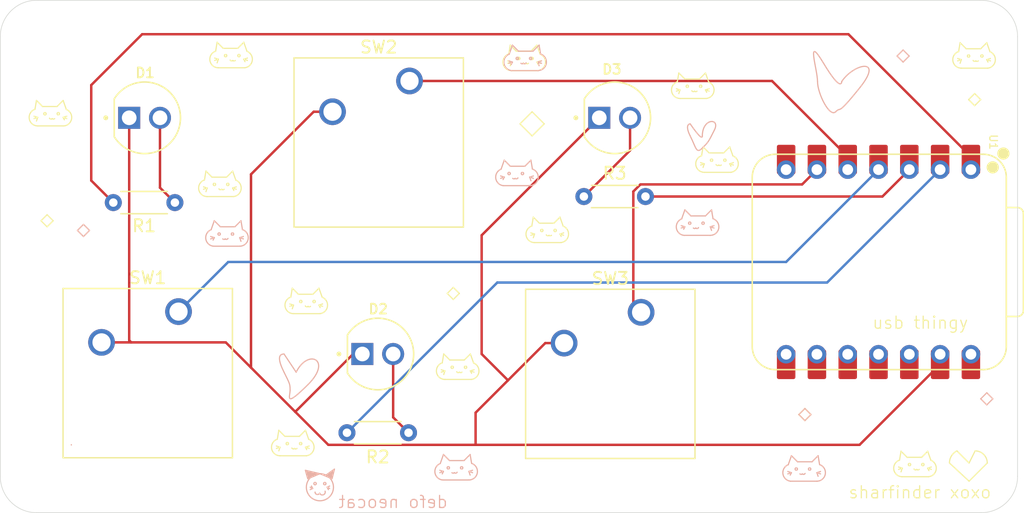
<source format=kicad_pcb>
(kicad_pcb (version 20241229) (generator "pcbnew") (generator_version "9.0")
  (layers (0 "F.Cu" signal) (2 "B.Cu" signal) (13 "F.Paste" user) (15 "B.Paste" user) (5 "F.SilkS" user "F.Silkscreen") (7 "B.SilkS" user "B.Silkscreen") (1 "F.Mask" user) (3 "B.Mask" user) (25 "Edge.Cuts" user))
  (net 0 "")
  (net 1 "Net-(D1-PadA)")
  (net 2 "GND")
  (net 3 "Net-(D2-PadA)")
  (net 4 "Net-(D3-PadA)")
  (net 5 "LED1")
  (net 6 "LED2")
  (net 7 "LED3")
  (net 8 "SW1")
  (net 9 "SW2")
  (net 10 "SW3")
  (footprint "footprints:LEDRD254W57D500H1070" (layer "F.Cu") (at 161.81 86.5)
    (property "Reference" "D3")
    (property "Value" "L08R5000Q1")
  )
  (footprint "Resistor_THT:R_Axial_DIN0204_L3.6mm_D1.6mm_P5.08mm_Horizontal" (layer "F.Cu") (at 159.27 93)
    (property "Reference" "R3")
    (property "Value" "R")
  )
  (footprint "Button_Switch_Keyboard:SW_Cherry_MX_1.00u_PCB" (layer "F.Cu") (at 144.89 83.46)
    (property "Reference" "SW2")
    (property "Value" "SW_Push")
  )
  (footprint "Resistor_THT:R_Axial_DIN0204_L3.6mm_D1.6mm_P5.08mm_Horizontal" (layer "F.Cu") (at 125.54 93.5 180)
    (property "Reference" "R1")
    (property "Value" "R")
  )
  (footprint "Button_Switch_Keyboard:SW_Cherry_MX_1.00u_PCB" (layer "F.Cu") (at 163.99 102.56)
    (property "Reference" "SW3")
    (property "Value" "SW_Push")
  )
  (footprint "footprints:LEDRD254W57D500H1070" (layer "F.Cu") (at 123.04 86.5)
    (property "Reference" "D1")
    (property "Value" "L08R5000Q1")
  )
  (footprint "Resistor_THT:R_Axial_DIN0204_L3.6mm_D1.6mm_P5.08mm_Horizontal" (layer "F.Cu") (at 144.81 112.5 180)
    (property "Reference" "R2")
    (property "Value" "R")
  )
  (footprint "footprints:XIAO-RP2040-DIP" (layer "F.Cu") (at 183.5715 98.4 -90)
    (property "Reference" "U1")
    (property "Value" "XIAO-RP2040-DIP")
  )
  (footprint "footprints:LEDRD254W57D500H1070" (layer "F.Cu") (at 142.27 106)
    (property "Reference" "D2")
    (property "Value" "L08R5000Q1")
  )
  (footprint "Button_Switch_Keyboard:SW_Cherry_MX_1.00u_PCB" (layer "F.Cu") (at 125.84 102.5)
    (property "Reference" "SW1")
    (property "Value" "SW_Push")
  )
  (gr_arc (start 155.2 96.802782) (mid 154.506345 96.212596) (end 154.977761 95.433282) (stroke (width 0.1)) (layer "F.SilkS"))
  (gr_arc (start 185.526981 116.131047) (mid 184.833326 115.540861) (end 185.304742 114.761547) (stroke (width 0.1)) (layer "F.SilkS"))
  (gr_line (start 192.5 81.7) (end 192.6 81.9) (stroke (width 0.1)) (layer "F.SilkS"))
  (gr_line (start 190.4 81.7) (end 190.1 81.8) (stroke (width 0.1)) (layer "F.SilkS"))
  (gr_line (start 168.977761 89.633282) (end 169.1 88.9) (stroke (width 0.1)) (layer "F.SilkS"))
  (gr_line (start 128.2 92.3) (end 128.1 92.6) (stroke (width 0.1)) (layer "F.SilkS"))
  (gr_line (start 114.5 95) (end 115 94.5) (stroke (width 0.1)) (layer "F.SilkS"))
  (gr_arc (start 170.4 90.399999) (mid 170.277358 90.43959) (end 170.173509 90.363245) (stroke (width 0.1)) (layer "F.SilkS"))
  (gr_line (start 137.422239 101.966718) (end 137.522239 102.166718) (stroke (width 0.1)) (layer "F.SilkS"))
  (gr_line (start 157.3 96.1) (end 157.6 96.2) (stroke (width 0.1)) (layer "F.SilkS"))
  (gr_line (start 155.6 95.2) (end 156.8 95.2) (stroke (width 0.1)) (layer "F.SilkS"))
  (gr_line (start 155.2 96.1) (end 154.9 96) (stroke (width 0.1)) (layer "F.SilkS"))
  (gr_line (start 115.822239 85.566718) (end 116.322239 85.066718) (stroke (width 0.1)) (layer "F.SilkS"))
  (gr_line (start 131.300318 82.3695) (end 129.122239 82.3695) (stroke (width 0.1)) (layer "F.SilkS"))
  (gr_line (start 130.3 92.3) (end 130.6 92.4) (stroke (width 0.1)) (layer "F.SilkS"))
  (gr_line (start 116.322239 85.066718) (end 116.584849 85.810187) (stroke (width 0.1)) (layer "F.SilkS"))
  (gr_arc (start 137.922239 101.466718) (mid 138.089485 102.200775) (end 137.500326 102.6695) (stroke (width 0.1)) (layer "F.SilkS"))
  (gr_arc (start 129.6 92.4) (mid 129.5 92.441421) (end 129.4 92.4) (stroke (width 0.1)) (layer "F.SilkS"))
  (gr_line (start 115 94.5) (end 115.5 95) (stroke (width 0.1)) (layer "F.SilkS"))
  (gr_circle (center 192.1 81.4) (end 192.1 81.3) (stroke (width 0.1)) (fill no) (layer "F.SilkS"))
  (gr_arc (start 155.9 81.4) (mid 156.06728 82.134085) (end 155.478087 82.602782) (stroke (width 0.1)) (layer "F.SilkS"))
  (gr_circle (center 156.9 95.8) (end 156.9 95.7) (stroke (width 0.1)) (fill no) (layer "F.SilkS"))
  (gr_line (start 127.977761 91.633282) (end 128.1 90.9) (stroke (width 0.1)) (layer "F.SilkS"))
  (gr_circle (center 186.126981 115.128265) (end 186.126981 115.028265) (stroke (width 0.1)) (fill no) (layer "F.SilkS"))
  (gr_arc (start 168.4 84.299999) (mid 168.277358 84.33959) (end 168.173509 84.263245) (stroke (width 0.1)) (layer "F.SilkS"))
  (gr_line (start 191.5 84.5) (end 192 85) (stroke (width 0.1)) (layer "F.SilkS"))
  (gr_arc (start 171.8 89.8) (mid 171.96728 90.534085) (end 171.378087 91.002782) (stroke (width 0.1)) (layer "F.SilkS"))
  (gr_line (start 192.5 81.7) (end 192.8 81.8) (stroke (width 0.1)) (layer "F.SilkS"))
  (gr_line (start 190.177761 81.033282) (end 190.3 80.3) (stroke (width 0.1)) (layer "F.SilkS"))
  (gr_line (start 169.3 84.2) (end 169.4 84.4) (stroke (width 0.1)) (layer "F.SilkS"))
  (gr_line (start 134.21096 113.697218) (end 133.91096 113.597218) (stroke (width 0.1)) (layer "F.SilkS"))
  (gr_line (start 187.626981 114.028265) (end 187.889591 114.771734) (stroke (width 0.1)) (layer "F.SilkS"))
  (gr_line (start 171.378079 91.002782) (end 169.2 91.002782) (stroke (width 0.1)) (layer "F.SilkS"))
  (gr_line (start 131.222239 80.266718) (end 131.484849 81.010187) (stroke (width 0.1)) (layer "F.SilkS"))
  (gr_line (start 154 87) (end 155 88) (stroke (width 0.1)) (layer "F.SilkS"))
  (gr_line (start 192 80.8) (end 192.5 80.3) (stroke (width 0.1)) (layer "F.SilkS"))
  (gr_line (start 129.122239 81.666718) (end 129.022239 81.966718) (stroke (width 0.1)) (layer "F.SilkS"))
  (gr_arc (start 190.4 82.402782) (mid 189.706345 81.812596) (end 190.177761 81.033282) (stroke (width 0.1)) (layer "F.SilkS"))
  (gr_line (start 114.222239 86.466718) (end 114.122239 86.766718) (stroke (width 0.1)) (layer "F.SilkS"))
  (gr_circle (center 129.722239 81.366718) (end 129.722239 81.266718) (stroke (width 0.1)) (fill no) (layer "F.SilkS"))
  (gr_line (start 171.3 90.3) (end 171.6 90.2) (stroke (width 0.1)) (layer "F.SilkS"))
  (gr_circle (center 148.41096 107.097218) (end 148.41096 106.997218) (stroke (width 0.1)) (fill no) (layer "F.SilkS"))
  (gr_arc (start 136.81096 113.197218) (mid 136.97824 113.931303) (end 136.389047 114.4) (stroke (width 0.1)) (layer "F.SilkS"))
  (gr_line (start 128.2 92.3) (end 127.9 92.4) (stroke (width 0.1)) (layer "F.SilkS"))
  (gr_line (start 148.5 100.5) (end 149 101) (stroke (width 0.1)) (layer "F.SilkS"))
  (gr_line (start 154.9 81) (end 155.4 80.5) (stroke (width 0.1)) (layer "F.SilkS"))
  (gr_line (start 129.022239 80.266718) (end 129.522239 80.766718) (stroke (width 0.1)) (layer "F.SilkS"))
  (gr_arc (start 154.5 81.999999) (mid 154.377358 82.03959) (end 154.273509 81.963245) (stroke (width 0.1)) (layer "F.SilkS"))
  (gr_line (start 149.91096 107.397218) (end 150.01096 107.597218) (stroke (width 0.1)) (layer "F.SilkS"))
  (gr_line (start 131.222239 81.666718) (end 131.322239 81.866718) (stroke (width 0.1)) (layer "F.SilkS"))
  (gr_arc (start 169.2 91.002782) (mid 168.506345 90.412596) (end 168.977761 89.633282) (stroke (width 0.1)) (layer "F.SilkS"))
  (gr_line (start 155.2 96.1) (end 154.9 96.2) (stroke (width 0.1)) (layer "F.SilkS"))
  (gr_line (start 171.3 90.3) (end 171.4 90.5) (stroke (width 0.1)) (layer "F.SilkS"))
  (gr_line (start 130.3 92.3) (end 130.4 92.5) (stroke (width 0.1)) (layer "F.SilkS"))
  (gr_line (start 157.3 94.7) (end 157.56261 95.443469) (stroke (width 0.1)) (layer "F.SilkS"))
  (gr_circle (center 155.8 95.8) (end 155.8 95.7) (stroke (width 0.1)) (fill no) (layer "F.SilkS"))
  (gr_line (start 190.8 80.8) (end 192 80.8) (stroke (width 0.1)) (layer "F.SilkS"))
  (gr_circle (center 153.9 81.6) (end 153.9 81.5) (stroke (width 0.1)) (fill no) (layer "F.SilkS"))
  (gr_line (start 171.3 88.9) (end 171.56261 89.643469) (stroke (width 0.1)) (layer "F.SilkS"))
  (gr_line (start 169.2 90.3) (end 169.1 90.6) (stroke (width 0.1)) (layer "F.SilkS"))
  (gr_line (start 191 85) (end 191.5 84.5) (stroke (width 0.1)) (layer "F.SilkS"))
  (gr_line (start 148.21096 106.497218) (end 149.41096 106.497218) (stroke (width 0.1)) (layer "F.SilkS"))
  (gr_line (start 169.1 88.9) (end 169.6 89.4) (stroke (width 0.1)) (layer "F.SilkS"))
  (gr_line (start 153.3 81.9) (end 153 81.8) (stroke (width 0.1)) (layer "F.SilkS"))
  (gr_line (start 187.626981 115.428265) (end 187.726981 115.628265) (stroke (width 0.1)) (layer "F.SilkS"))
  (gr_arc (start 130.562612 91.643469) (mid 130.689259 91.709674) (end 130.799998 91.8) (stroke (width 0.1)) (layer "F.SilkS"))
  (gr_line (start 131.222239 81.666718) (end 131.522239 81.766718) (stroke (width 0.1)) (layer "F.SilkS"))
  (gr_line (start 128.9 81) (end 129.022239 80.266718) (stroke (width 0.1)) (layer "F.SilkS"))
  (gr_line (start 148.5 101.5) (end 148 101) (stroke (width 0.1)) (layer "F.SilkS"))
  (gr_line (start 187.626981 115.428265) (end 187.926981 115.328265) (stroke (width 0.1)) (layer "F.SilkS"))
  (gr_line (start 114 85.8) (end 114.122239 85.066718) (stroke (width 0.1)) (layer "F.SilkS"))
  (gr_arc (start 131.722239 81.166718) (mid 131.889485 81.900775) (end 131.300326 82.3695) (stroke (width 0.1)) (layer "F.SilkS"))
  (gr_arc (start 116.822239 85.966718) (mid 116.989485 86.700775) (end 116.400326 87.1695) (stroke (width 0.1)) (layer "F.SilkS"))
  (gr_arc (start 189.421966 115) (mid 189.588943 114.412215) (end 190.04 114) (stroke (width 0.1)) (layer "F.SilkS"))
  (gr_arc (start 193 81.2) (mid 193.16728 81.934085) (end 192.578087 82.402782) (stroke (width 0.1)) (layer "F.SilkS"))
  (gr_arc (start 114.222239 87.1695) (mid 113.528531 86.579291) (end 114 85.8) (stroke (width 0.1)) (layer "F.SilkS"))
  (gr_line (start 136.31096 113.697218) (end 136.61096 113.797218) (stroke (width 0.1)) (layer "F.SilkS"))
  (gr_arc (start 136.722239 102.066718) (mid 136.622239 102.108139) (end 136.522239 102.066718) (stroke (width 0.1)) (layer "F.SilkS"))
  (gr_arc (start 191.6 81.799999) (mid 191.477358 81.83959) (end 191.373509 81.763245) (stroke (width 0.1)) (layer "F.SilkS"))
  (gr_line (start 190.3 80.3) (end 190.8 80.8) (stroke (width 0.1)) (layer "F.SilkS"))
  (gr_line (start 114.222239 86.466718) (end 113.922239 86.366718) (stroke (width 0.1)) (layer "F.SilkS"))
  (gr_arc (start 155.662612 81.243469) (mid 155.789259 81.309674) (end 155.899998 81.4) (stroke (width 0.1)) (layer "F.SilkS"))
  (gr_arc (start 147.81096 108.1) (mid 147.117305 107.509814) (end 147.588721 106.7305) (stroke (width 0.1)) (layer "F.SilkS"))
  (gr_line (start 129.122239 81.666718) (end 128.822239 81.566718) (stroke (width 0.1)) (layer "F.SilkS"))
  (gr_line (start 134.21096 113.697218) (end 134.11096 113.997218) (stroke (width 0.1)) (layer "F.SilkS"))
  (gr_line (start 192 85) (end 191.5 85.5) (stroke (width 0.1)) (layer "F.SilkS"))
  (gr_circle (center 137.022239 101.666718) (end 137.022239 101.566718) (stroke (width 0.1)) (fill no) (layer "F.SilkS"))
  (gr_line (start 177.5 110.5) (end 178 111) (stroke (width 0.1)) (layer "F.SilkS"))
  (gr_line (start 135.322239 101.966718) (end 135.222239 102.266718) (stroke (width 0.1)) (layer "F.SilkS"))
  (gr_line (start 155.478079 82.602782) (end 153.3 82.602782) (stroke (width 0.1)) (layer "F.SilkS"))
  (gr_circle (center 128.8 92) (end 128.8 91.9) (stroke (width 0.1)) (fill no) (layer "F.SilkS"))
  (gr_line (start 157.378079 96.802782) (end 155.2 96.802782) (stroke (width 0.1)) (layer "F.SilkS"))
  (gr_line (start 128.1 90.9) (end 128.6 91.4) (stroke (width 0.1)) (layer "F.SilkS"))
  (gr_line (start 185.526981 115.428265) (end 185.426981 115.728265) (stroke (width 0.1)) (layer "F.SilkS"))
  (gr_line (start 116.322239 86.466718) (end 116.622239 86.366718) (stroke (width 0.1)) (layer "F.SilkS"))
  (gr_line (start 129.522239 80.766718) (end 130.722239 80.766718) (stroke (width 0.1)) (layer "F.SilkS"))
  (gr_circle (center 129.9 92) (end 129.9 91.9) (stroke (width 0.1)) (fill no) (layer "F.SilkS"))
  (gr_line (start 192.5 81.7) (end 192.8 81.6) (stroke (width 0.1)) (layer "F.SilkS"))
  (gr_line (start 155.4 81.9) (end 155.7 82) (stroke (width 0.1)) (layer "F.SilkS"))
  (gr_line (start 116.322239 86.466718) (end 116.422239 86.666718) (stroke (width 0.1)) (layer "F.SilkS"))
  (gr_arc (start 187.889593 114.771734) (mid 188.01624 114.837939) (end 188.126979 114.928265) (stroke (width 0.1)) (layer "F.SilkS"))
  (gr_line (start 135.322239 101.966718) (end 135.022239 101.866718) (stroke (width 0.1)) (layer "F.SilkS"))
  (gr_line (start 134.11096 112.297218) (end 134.61096 112.797218) (stroke (width 0.1)) (layer "F.SilkS"))
  (gr_arc (start 149.21096 107.497218) (mid 149.11096 107.538639) (end 149.01096 107.497218) (stroke (width 0.1)) (layer "F.SilkS"))
  (gr_arc (start 134.21096 114.4) (mid 133.517305 113.809814) (end 133.988721 113.0305) (stroke (width 0.1)) (layer "F.SilkS"))
  (gr_line (start 137.422239 101.966718) (end 137.722239 101.866718) (stroke (width 0.1)) (layer "F.SilkS"))
  (gr_line (start 190.4 81.7) (end 190.1 81.6) (stroke (width 0.1)) (layer "F.SilkS"))
  (gr_arc (start 192.762612 81.043469) (mid 192.889259 81.109674) (end 192.999998 81.2) (stroke (width 0.1)) (layer "F.SilkS"))
  (gr_line (start 128.6 91.4) (end 129.8 91.4) (stroke (width 0.1)) (layer "F.SilkS"))
  (gr_arc (start 157.562612 95.443469) (mid 157.689259 95.509674) (end 157.799998 95.6) (stroke (width 0.1)) (layer "F.SilkS"))
  (gr_circle (center 168.9 83.9) (end 168.9 83.8) (stroke (width 0.1)) (fill no) (layer "F.SilkS"))
  (gr_arc (start 171.562612 89.643469) (mid 171.689259 89.709674) (end 171.799998 89.8) (stroke (width 0.1)) (layer "F.SilkS"))
  (gr_line (start 185.426981 114.028265) (end 185.926981 114.528265) (stroke (width 0.1)) (layer "F.SilkS"))
  (gr_line (start 135.222239 100.566718) (end 135.722239 101.066718) (stroke (width 0.1)) (layer "F.SilkS"))
  (gr_line (start 130.722239 80.766718) (end 131.222239 80.266718) (stroke (width 0.1)) (layer "F.SilkS"))
  (gr_line (start 147.81096 107.397218) (end 147.51096 107.297218) (stroke (width 0.1)) (layer "F.SilkS"))
  (gr_circle (center 167.8 83.9) (end 167.8 83.8) (stroke (width 0.1)) (fill no) (layer "F.SilkS"))
  (gr_circle (center 149.51096 107.097218) (end 149.51096 106.997218) (stroke (width 0.1)) (fill no) (layer "F.SilkS"))
  (gr_line (start 136.922239 101.066718) (end 137.422239 100.566718) (stroke (width 0.1)) (layer "F.SilkS"))
  (gr_line (start 191.04 115) (end 191.54 114) (stroke (width 0.1)) (layer "F.SilkS"))
  (gr_circle (center 187.226981 115.128265) (end 187.226981 115.028265) (stroke (width 0.1)) (fill no) (layer "F.SilkS"))
  (gr_arc (start 129.4 92.399999) (mid 129.277358 92.43959) (end 129.173509 92.363245) (stroke (width 0.1)) (layer "F.SilkS"))
  (gr_line (start 149.41096 106.497218) (end 149.91096 105.997218) (stroke (width 0.1)) (layer "F.SilkS"))
  (gr_line (start 136.31096 113.697218) (end 136.61096 113.597218) (stroke (width 0.1)) (layer "F.SilkS"))
  (gr_arc (start 150.41096 106.897218) (mid 150.57824 107.631303) (end 149.989047 108.1) (stroke (width 0.1)) (layer "F.SilkS"))
  (gr_line (start 114.622239 85.566718) (end 115.822239 85.566718) (stroke (width 0.1)) (layer "F.SilkS"))
  (gr_line (start 155.1 94.7) (end 155.6 95.2) (stroke (width 0.1)) (layer "F.SilkS"))
  (gr_line (start 130.378079 93.002782) (end 128.2 93.002782) (stroke (width 0.1)) (layer "F.SilkS"))
  (gr_line (start 155.4 81.9) (end 155.5 82.1) (stroke (width 0.1)) (layer "F.SilkS"))
  (gr_line (start 147.81096 107.397218) (end 147.51096 107.497218) (stroke (width 0.1)) (layer "F.SilkS"))
  (gr_arc (start 150.173572 106.740687) (mid 150.300219 106.806892) (end 150.410958 106.897218) (stroke (width 0.1)) (layer "F.SilkS"))
  (gr_line (start 130.3 90.9) (end 130.56261 91.643469) (stroke (width 0.1)) (layer "F.SilkS"))
  (gr_line (start 192.578079 82.402782) (end 190.4 82.402782) (stroke (width 0.1)) (layer "F.SilkS"))
  (gr_line (start 130.3 92.3) (end 130.6 92.2) (stroke (width 0.1)) (layer "F.SilkS"))
  (gr_line (start 177 111) (end 177.5 110.5) (stroke (width 0.1)) (layer "F.SilkS"))
  (gr_line (start 136.31096 113.697218) (end 136.41096 113.897218) (stroke (width 0.1)) (layer "F.SilkS"))
  (gr_line (start 190.4 81.7) (end 190.3 82) (stroke (width 0.1)) (layer "F.SilkS"))
  (gr_arc (start 116.584851 85.810187) (mid 116.711494 85.876397) (end 116.822237 85.966718) (stroke (width 0.1)) (layer "F.SilkS"))
  (gr_line (start 153.3 81.9) (end 153.2 82.2) (stroke (width 0.1)) (layer "F.SilkS"))
  (gr_line (start 149.91096 107.397218) (end 150.21096 107.297218) (stroke (width 0.1)) (layer "F.SilkS"))
  (gr_arc (start 130.8 91.8) (mid 130.96728 92.534085) (end 130.378087 93.002782) (stroke (width 0.1)) (layer "F.SilkS"))
  (gr_circle (center 170.9 90) (end 170.9 89.9) (stroke (width 0.1)) (fill no) (layer "F.SilkS"))
  (gr_arc (start 169.8 83.7) (mid 169.96728 84.434085) (end 169.378087 84.902782) (stroke (width 0.1)) (layer "F.SilkS"))
  (gr_arc (start 115.422239 86.566717) (mid 115.299583 86.606318) (end 115.195748 86.529963) (stroke (width 0.1)) (layer "F.SilkS"))
  (gr_line (start 167.2 84.2) (end 167.1 84.5) (stroke (width 0.1)) (layer "F.SilkS"))
  (gr_line (start 167.1 82.8) (end 167.6 83.3) (stroke (width 0.1)) (layer "F.SilkS"))
  (gr_line (start 135.322239 101.966718) (end 135.022239 102.066718) (stroke (width 0.1)) (layer "F.SilkS"))
  (gr_arc (start 191.8 81.8) (mid 191.7 81.841421) (end 191.6 81.8) (stroke (width 0.1)) (layer "F.SilkS"))
  (gr_arc (start 156.6 96.2) (mid 156.5 96.241421) (end 156.4 96.2) (stroke (width 0.1)) (layer "F.SilkS"))
  (gr_arc (start 130.522239 81.766718) (mid 130.422239 81.808139) (end 130.322239 81.766718) (stroke (width 0.1)) (layer "F.SilkS"))
  (gr_line (start 169.2 90.3) (end 168.9 90.4) (stroke (width 0.1)) (layer "F.SilkS"))
  (gr_arc (start 188.126981 114.928265) (mid 188.294261 115.66235) (end 187.705068 116.131047) (stroke (width 0.1)) (layer "F.SilkS"))
  (gr_circle (center 191 81.4) (end 191 81.3) (stroke (width 0.1)) (fill no) (layer "F.SilkS"))
  (gr_line (start 169.3 84.2) (end 169.6 84.1) (stroke (width 0.1)) (layer "F.SilkS"))
  (gr_line (start 149.91096 105.997218) (end 150.17357 106.740687) (stroke (width 0.1)) (layer "F.SilkS"))
  (gr_circle (center 135.91096 113.397218) (end 135.91096 113.297218) (stroke (width 0.1)) (fill no) (layer "F.SilkS"))
  (gr_line (start 137.422239 100.566718) (end 137.684849 101.310187) (stroke (width 0.1)) (layer "F.SilkS"))
  (gr_line (start 155.4 80.5) (end 155.66261 81.243469) (stroke (width 0.1)) (layer "F.SilkS"))
  (gr_line (start 115 95.5) (end 114.5 95) (stroke (width 0.1)) (layer "F.SilkS"))
  (gr_line (start 166.977761 83.533282) (end 167.1 82.8) (stroke (width 0.1)) (layer "F.SilkS"))
  (gr_circle (center 135.922239 101.666718) (end 135.922239 101.566718) (stroke (width 0.1)) (fill no) (layer "F.SilkS"))
  (gr_line (start 153.7 81) (end 154.9 81) (stroke (width 0.1)) (layer "F.SilkS"))
  (gr_line (start 177.5 111.5) (end 177 111) (stroke (width 0.1)) (layer "F.SilkS"))
  (gr_line (start 191.04 115) (end 190.04 114) (stroke (width 0.1)) (layer "F.SilkS"))
  (gr_line (start 147.81096 107.397218) (end 147.71096 107.697218) (stroke (width 0.1)) (layer "F.SilkS"))
  (gr_line (start 157.3 96.1) (end 157.6 96) (stroke (width 0.1)) (layer "F.SilkS"))
  (gr_line (start 154.977761 95.433282) (end 155.1 94.7) (stroke (width 0.1)) (layer "F.SilkS"))
  (gr_arc (start 136.573572 113.040687) (mid 136.700219 113.106892) (end 136.810958 113.197218) (stroke (width 0.1)) (layer "F.SilkS"))
  (gr_line (start 156 87) (end 155 86) (stroke (width 0.1)) (layer "F.SilkS"))
  (gr_line (start 169.2 90.3) (end 168.9 90.2) (stroke (width 0.1)) (layer "F.SilkS"))
  (gr_arc (start 135.322239 102.6695) (mid 134.628531 102.079291) (end 135.1 101.3) (stroke (width 0.1)) (layer "F.SilkS"))
  (gr_arc (start 168.6 84.3) (mid 168.5 84.341421) (end 168.4 84.3) (stroke (width 0.1)) (layer "F.SilkS"))
  (gr_circle (center 134.81096 113.397218) (end 134.81096 113.297218) (stroke (width 0.1)) (fill no) (layer "F.SilkS"))
  (gr_arc (start 186.926981 115.528265) (mid 186.826981 115.569686) (end 186.726981 115.528265) (stroke (width 0.1)) (layer "F.SilkS"))
  (gr_line (start 136.389039 114.4) (end 134.21096 114.4) (stroke (width 0.1)) (layer "F.SilkS"))
  (gr_arc (start 129.122239 82.3695) (mid 128.428531 81.779291) (end 128.9 81) (stroke (width 0.1)) (layer "F.SilkS"))
  (gr_line (start 155.2 96.1) (end 155.1 96.4) (stroke (width 0.1)) (layer "F.SilkS"))
  (gr_line (start 170.8 89.4) (end 171.3 88.9) (stroke (width 0.1)) (layer "F.SilkS"))
  (gr_circle (center 115.922239 86.166718) (end 115.922239 86.066718) (stroke (width 0.1)) (fill no) (layer "F.SilkS"))
  (gr_arc (start 156.4 96.199999) (mid 156.277358 96.23959) (end 156.173509 96.163245) (stroke (width 0.1)) (layer "F.SilkS"))
  (gr_arc (start 167.2 84.902782) (mid 166.506345 84.312596) (end 166.977761 83.533282) (stroke (width 0.1)) (layer "F.SilkS"))
  (gr_arc (start 128.2 93.002782) (mid 127.506345 92.412596) (end 127.977761 91.633282) (stroke (width 0.1)) (layer "F.SilkS"))
  (gr_line (start 147.588721 106.7305) (end 147.71096 105.997218) (stroke (width 0.1)) (layer "F.SilkS"))
  (gr_line (start 178 111) (end 177.5 111.5) (stroke (width 0.1)) (layer "F.SilkS"))
  (gr_arc (start 135.61096 113.797218) (mid 135.51096 113.838639) (end 135.41096 113.797218) (stroke (width 0.1)) (layer "F.SilkS"))
  (gr_line (start 135.81096 112.797218) (end 136.31096 112.297218) (stroke (width 0.1)) (layer "F.SilkS"))
  (gr_line (start 134.21096 113.697218) (end 133.91096 113.797218) (stroke (width 0.1)) (layer "F.SilkS"))
  (gr_arc (start 131.484851 81.010187) (mid 131.611494 81.076397) (end 131.722237 81.166718) (stroke (width 0.1)) (layer "F.SilkS"))
  (gr_arc (start 186.726981 115.528264) (mid 186.604339 115.567855) (end 186.50049 115.49151) (stroke (width 0.1)) (layer "F.SilkS"))
  (gr_line (start 156.8 95.2) (end 157.3 94.7) (stroke (width 0.1)) (layer "F.SilkS"))
  (gr_arc (start 136.522239 102.066717) (mid 136.399583 102.106318) (end 136.295748 102.029963) (stroke (width 0.1)) (layer "F.SilkS"))
  (gr_line (start 167.2 84.2) (end 166.9 84.3) (stroke (width 0.1)) (layer "F.SilkS"))
  (gr_circle (center 130.822239 81.366718) (end 130.822239 81.266718) (stroke (width 0.1)) (fill no) (layer "F.SilkS"))
  (gr_line (start 129.8 91.4) (end 130.3 90.9) (stroke (width 0.1)) (layer "F.SilkS"))
  (gr_line (start 148 101) (end 148.5 100.5) (stroke (width 0.1)) (layer "F.SilkS"))
  (gr_line (start 114.122239 85.066718) (end 114.622239 85.566718) (stroke (width 0.1)) (layer "F.SilkS"))
  (gr_line (start 137.500318 102.6695) (end 135.322239 102.6695) (stroke (width 0.1)) (layer "F.SilkS"))
  (gr_circle (center 114.822239 86.166718) (end 114.822239 86.066718) (stroke (width 0.1)) (fill no) (layer "F.SilkS"))
  (gr_arc (start 115.622239 86.566718) (mid 115.522239 86.608139) (end 115.422239 86.566718) (stroke (width 0.1)) (layer "F.SilkS"))
  (gr_line (start 169.3 84.2) (end 169.6 84.3) (stroke (width 0.1)) (layer "F.SilkS"))
  (gr_line (start 185.526981 115.428265) (end 185.226981 115.328265) (stroke (width 0.1)) (layer "F.SilkS"))
  (gr_circle (center 155 81.6) (end 155 81.5) (stroke (width 0.1)) (fill no) (layer "F.SilkS"))
  (gr_line (start 192.5 80.3) (end 192.76261 81.043469) (stroke (width 0.1)) (layer "F.SilkS"))
  (gr_line (start 167.2 84.2) (end 166.9 84.1) (stroke (width 0.1)) (layer "F.SilkS"))
  (gr_line (start 128.2 92.3) (end 127.9 92.2) (stroke (width 0.1)) (layer "F.SilkS"))
  (gr_line (start 169.6 89.4) (end 170.8 89.4) (stroke (width 0.1)) (layer "F.SilkS"))
  (gr_line (start 133.988721 113.0305) (end 134.11096 112.297218) (stroke (width 0.1)) (layer "F.SilkS"))
  (gr_line (start 129.122239 81.666718) (end 128.822239 81.766718) (stroke (width 0.1)) (layer "F.SilkS"))
  (gr_line (start 115.5 95) (end 115 95.5) (stroke (width 0.1)) (layer "F.SilkS"))
  (gr_arc (start 191.54 114) (mid 192.247107 114.292893) (end 192.54 115) (stroke (width 0.1)) (layer "F.SilkS"))
  (gr_line (start 191.04 116.5) (end 192.54 115) (stroke (width 0.1)) (layer "F.SilkS"))
  (gr_arc (start 153.3 82.602782) (mid 152.606345 82.012596) (end 153.077761 81.233282) (stroke (width 0.1)) (layer "F.SilkS"))
  (gr_line (start 185.304742 114.761547) (end 185.426981 114.028265) (stroke (width 0.1)) (layer "F.SilkS"))
  (gr_line (start 155.4 81.9) (end 155.7 81.8) (stroke (width 0.1)) (layer "F.SilkS"))
  (gr_line (start 171.3 90.3) (end 171.6 90.4) (stroke (width 0.1)) (layer "F.SilkS"))
  (gr_arc (start 137.684851 101.310187) (mid 137.811494 101.376397) (end 137.922237 101.466718) (stroke (width 0.1)) (layer "F.SilkS"))
  (gr_line (start 169.378079 84.902782) (end 167.2 84.902782) (stroke (width 0.1)) (layer "F.SilkS"))
  (gr_line (start 136.31096 112.297218) (end 136.57357 113.040687) (stroke (width 0.1)) (layer "F.SilkS"))
  (gr_line (start 116.400318 87.1695) (end 114.222239 87.1695) (stroke (width 0.1)) (layer "F.SilkS"))
  (gr_line (start 131.222239 81.666718) (end 131.522239 81.566718) (stroke (width 0.1)) (layer "F.SilkS"))
  (gr_line (start 135.1 101.3) (end 135.222239 100.566718) (stroke (width 0.1)) (layer "F.SilkS"))
  (gr_arc (start 154.7 82) (mid 154.6 82.041421) (end 154.5 82) (stroke (width 0.1)) (layer "F.SilkS"))
  (gr_line (start 185.926981 114.528265) (end 187.126981 114.528265) (stroke (width 0.1)) (layer "F.SilkS"))
  (gr_circle (center 169.8 90) (end 169.8 89.9) (stroke (width 0.1)) (fill no) (layer "F.SilkS"))
  (gr_arc (start 169.562612 83.543469) (mid 169.689259 83.609674) (end 169.799998 83.7) (stroke (width 0.1)) (layer "F.SilkS"))
  (gr_line (start 157.3 96.1) (end 157.4 96.3) (stroke (width 0.1)) (layer "F.SilkS"))
  (gr_line (start 191.04 116.5) (end 189.421966 115) (stroke (width 0.1)) (layer "F.SilkS"))
  (gr_arc (start 135.41096 113.797217) (mid 135.288318 113.836808) (end 135.184469 113.760463) (stroke (width 0.1)) (layer "F.SilkS"))
  (gr_line (start 153.2 80.5) (end 153.7 81) (stroke (width 0.1)) (layer "F.SilkS"))
  (gr_arc (start 157.8 95.6) (mid 157.96728 96.334085) (end 157.378087 96.802782) (stroke (width 0.1)) (layer "F.SilkS"))
  (gr_line (start 135.722239 101.066718) (end 136.922239 101.066718) (stroke (width 0.1)) (layer "F.SilkS"))
  (gr_line (start 153.077761 81.233282) (end 153.2 80.5) (stroke (width 0.1)) (layer "F.SilkS"))
  (gr_line (start 191.5 85.5) (end 191 85) (stroke (width 0.1)) (layer "F.SilkS"))
  (gr_line (start 137.422239 101.966718) (end 137.722239 102.066718) (stroke (width 0.1)) (layer "F.SilkS"))
  (gr_line (start 134.61096 112.797218) (end 135.81096 112.797218) (stroke (width 0.1)) (layer "F.SilkS"))
  (gr_line (start 167.6 83.3) (end 168.8 83.3) (stroke (width 0.1)) (layer "F.SilkS"))
  (gr_arc (start 170.6 90.4) (mid 170.5 90.441421) (end 170.4 90.4) (stroke (width 0.1)) (layer "F.SilkS"))
  (gr_line (start 187.70506 116.131047) (end 185.526981 116.131047) (stroke (width 0.1)) (layer "F.SilkS"))
  (gr_line (start 187.126981 114.528265) (end 187.626981 114.028265) (stroke (width 0.1)) (layer "F.SilkS"))
  (gr_line (start 169.3 82.8) (end 169.56261 83.543469) (stroke (width 0.1)) (layer "F.SilkS"))
  (gr_line (start 149.989039 108.1) (end 147.81096 108.1) (stroke (width 0.1)) (layer "F.SilkS"))
  (gr_line (start 155 88) (end 156 87) (stroke (width 0.1)) (layer "F.SilkS"))
  (gr_line (start 149.91096 107.397218) (end 150.21096 107.497218) (stroke (width 0.1)) (layer "F.SilkS"))
  (gr_line (start 147.71096 105.997218) (end 148.21096 106.497218) (stroke (width 0.1)) (layer "F.SilkS"))
  (gr_line (start 168.8 83.3) (end 169.3 82.8) (stroke (width 0.1)) (layer "F.SilkS"))
  (gr_line (start 153.3 81.9) (end 153 82) (stroke (width 0.1)) (layer "F.SilkS"))
  (gr_line (start 155 86) (end 154 87) (stroke (width 0.1)) (layer "F.SilkS"))
  (gr_line (start 187.626981 115.428265) (end 187.926981 115.528265) (stroke (width 0.1)) (layer "F.SilkS"))
  (gr_line (start 116.322239 86.466718) (end 116.622239 86.566718) (stroke (width 0.1)) (layer "F.SilkS"))
  (gr_line (start 149 101) (end 148.5 101.5) (stroke (width 0.1)) (layer "F.SilkS"))
  (gr_line (start 185.526981 115.428265) (end 185.226981 115.528265) (stroke (width 0.1)) (layer "F.SilkS"))
  (gr_line (start 114.222239 86.466718) (end 113.922239 86.566718) (stroke (width 0.1)) (layer "F.SilkS"))
  (gr_arc (start 130.322239 81.766717) (mid 130.199583 81.806318) (end 130.095748 81.729963) (stroke (width 0.1)) (layer "F.SilkS"))
  (gr_arc (start 149.01096 107.497217) (mid 148.888318 107.536808) (end 148.784469 107.460463) (stroke (width 0.1)) (layer "F.SilkS"))
  (gr_line (start 176.389039 114.397218) (end 176.126429 115.140687) (stroke (width 0.1)) (layer "B.SilkS"))
  (gr_poly (pts (xy 138 116) (xy 138.7 115.5) (xy 138.5 116.3) (xy 137.5 115.881966) (xy 136.5 116.3) (xy 136.3 115.6) (xy 137.5 115.881966)) (stroke (width 0.1)) (fill yes) (layer "B.SilkS"))
  (gr_line (start 167.6 94.1) (end 167.33739 94.843469) (stroke (width 0.1)) (layer "B.SilkS"))
  (gr_curve (pts (xy 168.04 88) (xy 167.54 87) (xy 168.04 87) (xy 168.04 87)) (stroke (width 0.1)) (layer "B.SilkS"))
  (gr_curve (pts (xy 178.54 83.5) (xy 178.54 82.5) (xy 177.54 79.5) (xy 179.04 82)) (stroke (width 0.1)) (layer "B.SilkS"))
  (gr_line (start 192.5 109.2) (end 192 109.7) (stroke (width 0.1)) (layer "B.SilkS"))
  (gr_line (start 178.589039 114.397218) (end 178.089039 114.897218) (stroke (width 0.1)) (layer "B.SilkS"))
  (gr_line (start 147.689039 115.697218) (end 147.389039 115.597218) (stroke (width 0.1)) (layer "B.SilkS"))
  (gr_curve (pts (xy 180.54 83.5) (xy 181.54 82) (xy 184.04 81.5) (xy 182.04 84)) (stroke (width 0.1)) (layer "B.SilkS"))
  (gr_circle (center 129.189039 96.097218) (end 129.189039 95.997218) (stroke (width 0.1)) (fill no) (layer "B.SilkS"))
  (gr_line (start 192 109.7) (end 192.5 110.2) (stroke (width 0.1)) (layer "B.SilkS"))
  (gr_arc (start 152.878081 81.4) (mid 152.988825 81.309679) (end 153.115467 81.243469) (stroke (width 0.1)) (layer "B.SilkS"))
  (gr_line (start 153.378079 80.5) (end 153.115469 81.243469) (stroke (width 0.1)) (layer "B.SilkS"))
  (gr_line (start 169.3 94.6) (end 168.1 94.6) (stroke (width 0.1)) (layer "B.SilkS"))
  (gr_arc (start 168.726491 95.563245) (mid 168.622653 95.639595) (end 168.5 95.599999) (stroke (width 0.1)) (layer "B.SilkS"))
  (gr_curve (pts (xy 170.04 87.5) (xy 169.54 88.5) (xy 169.54 88.5) (xy 169.04 89)) (stroke (width 0.1)) (layer "B.SilkS"))
  (gr_line (start 130.989039 94.997218) (end 130.489039 95.497218) (stroke (width 0.1)) (layer "B.SilkS"))
  (gr_arc (start 175.889041 115.297218) (mid 175.999785 115.206897) (end 176.126427 115.140687) (stroke (width 0.1)) (layer "B.SilkS"))
  (gr_arc (start 177.51553 115.860463) (mid 177.411692 115.936813) (end 177.289039 115.897217) (stroke (width 0.1)) (layer "B.SilkS"))
  (gr_curve (pts (xy 169.04 89) (xy 168.54 89.5) (xy 168.54 89) (xy 168.04 88)) (stroke (width 0.1)) (layer "B.SilkS"))
  (gr_line (start 178.489039 115.797218) (end 178.589039 116.097218) (stroke (width 0.1)) (layer "B.SilkS"))
  (gr_line (start 147.689039 115.697218) (end 147.389039 115.797218) (stroke (width 0.1)) (layer "B.SilkS"))
  (gr_arc (start 155.700318 81.233282) (mid 156.171787 82.012573) (end 155.478079 82.602782) (stroke (width 0.1)) (layer "B.SilkS"))
  (gr_line (start 150.011278 115.0305) (end 149.889039 114.297218) (stroke (width 0.1)) (layer "B.SilkS"))
  (gr_line (start 149.789039 115.697218) (end 149.889039 115.997218) (stroke (width 0.1)) (layer "B.SilkS"))
  (gr_line (start 128.789039 94.997218) (end 128.526429 95.740687) (stroke (width 0.1)) (layer "B.SilkS"))
  (gr_arc (start 128.289041 95.897218) (mid 128.399785 95.806897) (end 128.526427 95.740687) (stroke (width 0.1)) (layer "B.SilkS"))
  (gr_line (start 178.489039 115.797218) (end 178.789039 115.897218) (stroke (width 0.1)) (layer "B.SilkS"))
  (gr_line (start 130.489039 95.497218) (end 129.289039 95.497218) (stroke (width 0.1)) (layer "B.SilkS"))
  (gr_circle (center 148.089039 115.397218) (end 148.089039 115.297218) (stroke (width 0.1)) (fill no) (layer "B.SilkS"))
  (gr_line (start 129.289039 95.497218) (end 128.789039 94.997218) (stroke (width 0.1)) (layer "B.SilkS"))
  (gr_arc (start 148.589039 115.797218) (mid 148.489039 115.838639) (end 148.389039 115.797218) (stroke (width 0.1)) (layer "B.SilkS"))
  (gr_line (start 153.378079 81.9) (end 153.078079 82) (stroke (width 0.1)) (layer "B.SilkS"))
  (gr_arc (start 167.100002 95) (mid 167.210746 94.909679) (end 167.337388 94.843469) (stroke (width 0.1)) (layer "B.SilkS"))
  (gr_arc (start 168.5 95.6) (mid 168.4 95.641421) (end 168.3 95.6) (stroke (width 0.1)) (layer "B.SilkS"))
  (gr_curve (pts (xy 134.54 106) (xy 135.54 107.5) (xy 135.54 107.5) (xy 135.54 107.5)) (stroke (width 0.1)) (layer "B.SilkS"))
  (gr_line (start 169.8 94.1) (end 169.3 94.6) (stroke (width 0.1)) (layer "B.SilkS"))
  (gr_line (start 136.7 117) (end 136.9 117.1) (stroke (width 0.1)) (layer "B.SilkS"))
  (gr_line (start 148.189039 114.797218) (end 147.689039 114.297218) (stroke (width 0.1)) (layer "B.SilkS"))
  (gr_curve (pts (xy 180.04 86) (xy 179.54 86.5) (xy 178.54 84.5) (xy 178.54 83.5)) (stroke (width 0.1)) (layer "B.SilkS"))
  (gr_curve (pts (xy 136.54 108.5) (xy 134.54 110.5) (xy 135.04 109.5) (xy 135.04 109)) (stroke (width 0.1)) (layer "B.SilkS"))
  (gr_line (start 153.378079 81.9) (end 153.278079 82.1) (stroke (width 0.1)) (layer "B.SilkS"))
  (gr_line (start 138.3 116.9) (end 138.1 117) (stroke (width 0.1)) (layer "B.SilkS"))
  (gr_line (start 178.489039 115.797218) (end 178.789039 115.697218) (stroke (width 0.1)) (layer "B.SilkS"))
  (gr_line (start 152.70441 90) (end 152.4418 90.743469) (stroke (width 0.1)) (layer "B.SilkS"))
  (gr_line (start 155.478079 81.9) (end 155.778079 81.8) (stroke (width 0.1)) (layer "B.SilkS"))
  (gr_line (start 155.578079 80.5) (end 155.078079 81) (stroke (width 0.1)) (layer "B.SilkS"))
  (gr_line (start 130.889039 96.397218) (end 131.189039 96.297218) (stroke (width 0.1)) (layer "B.SilkS"))
  (gr_arc (start 178.711278 115.1305) (mid 179.182747 115.909791) (end 178.489039 116.5) (stroke (width 0.1)) (layer "B.SilkS"))
  (gr_line (start 177 111) (end 177.5 111.5) (stroke (width 0.1)) (layer "B.SilkS"))
  (gr_curve (pts (xy 182.04 84) (xy 180.04 86.5) (xy 180.54 85.5) (xy 180.04 86)) (stroke (width 0.1)) (layer "B.SilkS"))
  (gr_circle (center 169.1 95.2) (end 169.1 95.1) (stroke (width 0.1)) (fill no) (layer "B.SilkS"))
  (gr_arc (start 155.026649 90.733282) (mid 155.49807 91.512566) (end 154.80441 92.102782) (stroke (width 0.1)) (layer "B.SilkS"))
  (gr_line (start 167.6 95.5) (end 167.3 95.6) (stroke (width 0.1)) (layer "B.SilkS"))
  (gr_line (start 178 111) (end 177.5 110.5) (stroke (width 0.1)) (layer "B.SilkS"))
  (gr_arc (start 137.478885 117.489443) (mid 137.254049 117.594649) (end 137.1 117.4) (stroke (width 0.1)) (layer "B.SilkS"))
  (gr_arc (start 176.310952 116.5) (mid 175.721793 116.031275) (end 175.889039 115.297218) (stroke (width 0.1)) (layer "B.SilkS"))
  (gr_curve (pts (xy 135.54 107.5) (xy 136.54 105.5) (xy 138.54 106.5) (xy 136.54 108.5)) (stroke (width 0.1)) (layer "B.SilkS"))
  (gr_line (start 167.521921 96.202782) (end 169.7 96.202782) (stroke (width 0.1)) (layer "B.SilkS"))
  (gr_line (start 155.478079 81.9) (end 155.578079 82.2) (stroke (width 0.1)) (layer "B.SilkS"))
  (gr_line (start 136.8 116.9) (end 136.9 117.1) (stroke (width 0.1)) (layer "B.SilkS"))
  (gr_line (start 176.389039 115.797218) (end 176.089039 115.897218) (stroke (width 0.1)) (layer "B.SilkS"))
  (gr_line (start 154.80441 91.4) (end 154.90441 91.7) (stroke (width 0.1)) (layer "B.SilkS"))
  (gr_circle (center 130.289039 96.097218) (end 130.289039 95.997218) (stroke (width 0.1)) (fill no) (layer "B.SilkS"))
  (gr_line (start 176.889039 114.897218) (end 176.389039 114.397218) (stroke (width 0.1)) (layer "B.SilkS"))
  (gr_line (start 118.5 95.8) (end 118 95.3) (stroke (width 0.1)) (layer "B.SilkS"))
  (gr_line (start 155.700318 81.233282) (end 155.578079 80.5) (stroke (width 0.1)) (layer "B.SilkS"))
  (gr_curve (pts (xy 134.54 107.5) (xy 134.04 106.5) (xy 134.04 106) (xy 134.54 106)) (stroke (width 0.1)) (layer "B.SilkS"))
  (gr_line (start 152.70441 91.4) (end 152.60441 91.6) (stroke (width 0.1)) (layer "B.SilkS"))
  (gr_line (start 154.80441 91.4) (end 155.10441 91.5) (stroke (width 0.1)) (layer "B.SilkS"))
  (gr_curve (pts (xy 135.04 109) (xy 135.04 108.5) (xy 135.04 108.5) (xy 134.54 107.5)) (stroke (width 0.1)) (layer "B.SilkS"))
  (gr_line (start 155.478079 81.9) (end 155.778079 82) (stroke (width 0.1)) (layer "B.SilkS"))
  (gr_line (start 128.789039 96.397218) (end 128.489039 96.297218) (stroke (width 0.1)) (layer "B.SilkS"))
  (gr_arc (start 152.626323 92.102782) (mid 152.037125 91.634071) (end 152.20441 90.9) (stroke (width 0.1)) (layer "B.SilkS"))
  (gr_line (start 138.3 117.1) (end 138.1 117) (stroke (width 0.1)) (layer "B.SilkS"))
  (gr_line (start 178.089039 114.897218) (end 176.889039 114.897218) (stroke (width 0.1)) (layer "B.SilkS"))
  (gr_arc (start 147.189041 115.197218) (mid 147.299785 115.106897) (end 147.426427 115.040687) (stroke (width 0.1)) (layer "B.SilkS"))
  (gr_arc (start 167.521913 96.202782) (mid 166.932754 95.734057) (end 167.1 95) (stroke (width 0.1)) (layer "B.SilkS"))
  (gr_line (start 149.789039 115.697218) (end 150.089039 115.597218) (stroke (width 0.1)) (layer "B.SilkS"))
  (gr_curve (pts (xy 117 113.5) (xy 117 113.5) (xy 117 113.5) (xy 117 113.5)) (stroke (width 0.1)) (layer "B.SilkS"))
  (gr_line (start 136.7 117.2) (end 136.9 117.1) (stroke (width 0.1)) (layer "B.SilkS"))
  (gr_line (start 147.61096 116.4) (end 149.789039 116.4) (stroke (width 0.1)) (layer "B.SilkS"))
  (gr_arc (start 169.922239 94.833282) (mid 170.393708 95.612573) (end 169.7 96.202782) (stroke (width 0.1)) (layer "B.SilkS"))
  (gr_arc (start 137.926279 117.324574) (mid 137.782474 117.623806) (end 137.478885 117.489441) (stroke (width 0.1)) (layer "B.SilkS"))
  (gr_line (start 155.026649 90.733282) (end 154.90441 90) (stroke (width 0.1)) (layer "B.SilkS"))
  (gr_arc (start 152.204412 90.9) (mid 152.315152 90.809673) (end 152.441798 90.743469) (stroke (width 0.1)) (layer "B.SilkS"))
  (gr_circle (center 154.20441 91.1) (end 154.20441 91) (stroke (width 0.1)) (fill no) (layer "B.SilkS"))
  (gr_line (start 169.7 95.5) (end 170 95.6) (stroke (width 0.1)) (layer "B.SilkS"))
  (gr_line (start 118 96.3) (end 118.5 95.8) (stroke (width 0.1)) (layer "B.SilkS"))
  (gr_arc (start 131.111278 95.7305) (mid 131.582747 96.509791) (end 130.889039 97.1) (stroke (width 0.1)) (layer "B.SilkS"))
  (gr_line (start 153.878079 81) (end 153.378079 80.5) (stroke (width 0.1)) (layer "B.SilkS"))
  (gr_line (start 185.6 81.9) (end 186.1 81.4) (stroke (width 0.1)) (layer "B.SilkS"))
  (gr_line (start 169.7 95.5) (end 169.8 95.8) (stroke (width 0.1)) (layer "B.SilkS"))
  (gr_line (start 130.889039 96.397218) (end 131.189039 96.497218) (stroke (width 0.1)) (layer "B.SilkS"))
  (gr_line (start 138.2 117.2) (end 138.1 117) (stroke (width 0.1)) (layer "B.SilkS"))
  (gr_line (start 176.389039 115.797218) (end 176.089039 115.697218) (stroke (width 0.1)) (layer "B.SilkS"))
  (gr_line (start 177.5 111.5) (end 178 111) (stroke (width 0.1)) (layer "B.SilkS"))
  (gr_arc (start 153.830901 91.463245) (mid 153.727063 91.539595) (end 153.60441 91.499999) (stroke (width 0.1)) (layer "B.SilkS"))
  (gr_line (start 149.389039 114.797218) (end 148.189039 114.797218) (stroke (width 0.1)) (layer "B.SilkS"))
  (gr_line (start 128.789039 96.397218) (end 128.689039 96.597218) (stroke (width 0.1)) (layer "B.SilkS"))
  (gr_circle (center 137.9 116.7) (end 138 116.7) (stroke (width 0.1)) (fill no) (layer "B.SilkS"))
  (gr_arc (start 128.710952 97.1) (mid 128.121793 96.631275) (end 128.289039 95.897218) (stroke (width 0.1)) (layer "B.SilkS"))
  (gr_line (start 154.80441 91.4) (end 155.10441 91.3) (stroke (width 0.1)) (layer "B.SilkS"))
  (gr_arc (start 148.81553 115.760463) (mid 148.711692 115.836813) (end 148.589039 115.797217) (stroke (width 0.1)) (layer "B.SilkS"))
  (gr_line (start 149.889039 114.297218) (end 149.389039 114.797218) (stroke (width 0.1)) (layer "B.SilkS"))
  (gr_circle (center 153.778079 81.6) (end 153.778079 81.5) (stroke (width 0.1)) (fill no) (layer "B.SilkS"))
  (gr_line (start 147.689039 114.297218) (end 147.426429 115.040687) (stroke (width 0.1)) (layer "B.SilkS"))
  (gr_line (start 152.70441 91.4) (end 152.40441 91.5) (stroke (width 0.1)) (layer "B.SilkS"))
  (gr_line (start 153.20441 90.5) (end 152.70441 90) (stroke (width 0.1)) (layer "B.SilkS"))
  (gr_line (start 152.70441 91.4) (end 152.40441 91.3) (stroke (width 0.1)) (layer "B.SilkS"))
  (gr_circle (center 168 95.2) (end 168 95.1) (stroke (width 0.1)) (fill no) (layer "B.SilkS"))
  (gr_line (start 130.889039 96.397218) (end 130.989039 96.697218) (stroke (width 0.1)) (layer "B.SilkS"))
  (gr_line (start 152.626331 92.102782) (end 154.80441 92.102782) (stroke (width 0.1)) (layer "B.SilkS"))
  (gr_line (start 155.078079 81) (end 153.878079 81) (stroke (width 0.1)) (layer "B.SilkS"))
  (gr_arc (start 154.50457 81.963245) (mid 154.400732 82.039595) (end 154.278079 81.999999) (stroke (width 0.1)) (layer "B.SilkS"))
  (gr_arc (start 147.610952 116.4) (mid 147.021793 115.931275) (end 147.189039 115.197218) (stroke (width 0.1)) (layer "B.SilkS"))
  (gr_curve (pts (xy 179.04 82) (xy 180.54 84.5) (xy 180.54 83.5) (xy 180.54 83.5)) (stroke (width 0.1)) (layer "B.SilkS"))
  (gr_line (start 149.789039 115.697218) (end 150.089039 115.797218) (stroke (width 0.1)) (layer "B.SilkS"))
  (gr_circle (center 137.1 116.7) (end 137.1 116.6) (stroke (width 0.1)) (fill no) (layer "B.SilkS"))
  (gr_line (start 169.922239 94.833282) (end 169.8 94.1) (stroke (width 0.1)) (layer "B.SilkS"))
  (gr_curve (pts (xy 169.04 88) (xy 169.04 86.5) (xy 170.54 86.5) (xy 170.04 87.5)) (stroke (width 0.1)) (layer "B.SilkS"))
  (gr_arc (start 154.278079 82) (mid 154.178079 82.041421) (end 154.078079 82) (stroke (width 0.1)) (layer "B.SilkS"))
  (gr_arc (start 177.289039 115.897218) (mid 177.189039 115.938639) (end 177.089039 115.897218) (stroke (width 0.1)) (layer "B.SilkS"))
  (gr_line (start 169.7 95.5) (end 170 95.4) (stroke (width 0.1)) (layer "B.SilkS"))
  (gr_curve (pts (xy 168.04 87) (xy 168.04 87) (xy 169.04 88.5) (xy 169.04 88)) (stroke (width 0.1)) (layer "B.SilkS"))
  (gr_line (start 117.5 95.8) (end 118 96.3) (stroke (width 0.1)) (layer "B.SilkS"))
  (gr_line (start 168.1 94.6) (end 167.6 94.1) (stroke (width 0.1)) (layer "B.SilkS"))
  (gr_line (start 131.111278 95.7305) (end 130.989039 94.997218) (stroke (width 0.1)) (layer "B.SilkS"))
  (gr_line (start 177.5 110.5) (end 177 111) (stroke (width 0.1)) (layer "B.SilkS"))
  (gr_line (start 118 95.3) (end 117.5 95.8) (stroke (width 0.1)) (layer "B.SilkS"))
  (gr_curve (pts (xy 117 113.5) (xy 117 113.5) (xy 117 113.5) (xy 117 113.5)) (stroke (width 0.1)) (layer "B.SilkS"))
  (gr_circle (center 149.189039 115.397218) (end 149.189039 115.297218) (stroke (width 0.1)) (fill no) (layer "B.SilkS"))
  (gr_circle (center 154.878079 81.6) (end 154.878079 81.5) (stroke (width 0.1)) (fill no) (layer "B.SilkS"))
  (gr_arc (start 150.011278 115.0305) (mid 150.482747 115.809791) (end 149.789039 116.4) (stroke (width 0.1)) (layer "B.SilkS"))
  (gr_line (start 154.40441 90.5) (end 153.20441 90.5) (stroke (width 0.1)) (layer "B.SilkS"))
  (gr_line (start 153.3 82.602782) (end 155.478079 82.602782) (stroke (width 0.1)) (layer "B.SilkS"))
  (gr_line (start 185.1 81.4) (end 185.6 81.9) (stroke (width 0.1)) (layer "B.SilkS"))
  (gr_line (start 176.31096 116.5) (end 178.489039 116.5) (stroke (width 0.1)) (layer "B.SilkS"))
  (gr_line (start 167.6 95.5) (end 167.5 95.7) (stroke (width 0.1)) (layer "B.SilkS"))
  (gr_arc (start 153.60441 91.5) (mid 153.50441 91.541421) (end 153.40441 91.5) (stroke (width 0.1)) (layer "B.SilkS"))
  (gr_line (start 178.711278 115.1305) (end 178.589039 114.397218) (stroke (width 0.1)) (layer "B.SilkS"))
  (gr_line (start 154.90441 90) (end 154.40441 90.5) (stroke (width 0.1)) (layer "B.SilkS"))
  (gr_circle (center 177.889039 115.497218) (end 177.889039 115.397218) (stroke (width 0.1)) (fill no) (layer "B.SilkS"))
  (gr_arc (start 129.689039 96.497218) (mid 129.589039 96.538639) (end 129.489039 96.497218) (stroke (width 0.1)) (layer "B.SilkS"))
  (gr_arc (start 153.299992 82.602782) (mid 152.710833 82.134057) (end 152.878079 81.4) (stroke (width 0.1)) (layer "B.SilkS"))
  (gr_line (start 192.5 110.2) (end 193 109.7) (stroke (width 0.1)) (layer "B.SilkS"))
  (gr_line (start 167.6 95.5) (end 167.3 95.4) (stroke (width 0.1)) (layer "B.SilkS"))
  (gr_circle (center 137.5 117) (end 138.5 116.5) (stroke (width 0.1)) (fill no) (layer "B.SilkS"))
  (gr_circle (center 153.10441 91.1) (end 153.10441 91) (stroke (width 0.1)) (fill no) (layer "B.SilkS"))
  (gr_circle (center 176.789039 115.497218) (end 176.789039 115.397218) (stroke (width 0.1)) (fill no) (layer "B.SilkS"))
  (gr_line (start 147.689039 115.697218) (end 147.589039 115.897218) (stroke (width 0.1)) (layer "B.SilkS"))
  (gr_line (start 193 109.7) (end 192.5 109.2) (stroke (width 0.1)) (layer "B.SilkS"))
  (gr_arc (start 129.91553 96.460463) (mid 129.811692 96.536813) (end 129.689039 96.497217) (stroke (width 0.1)) (layer "B.SilkS"))
  (gr_line (start 128.71096 97.1) (end 130.889039 97.1) (stroke (width 0.1)) (layer "B.SilkS"))
  (gr_line (start 186.1 81.4) (end 185.6 80.9) (stroke (width 0.1)) (layer "B.SilkS"))
  (gr_line (start 185.6 80.9) (end 185.1 81.4) (stroke (width 0.1)) (layer "B.SilkS"))
  (gr_line (start 176.389039 115.797218) (end 176.289039 115.997218) (stroke (width 0.1)) (layer "B.SilkS"))
  (gr_line (start 153.378079 81.9) (end 153.078079 81.8) (stroke (width 0.1)) (layer "B.SilkS"))
  (gr_line (start 128.789039 96.397218) (end 128.489039 96.497218) (stroke (width 0.1)) (layer "B.SilkS"))
  (gr_arc (start 111.14 79.8) (mid 112.01868 77.67868) (end 114.14 76.8) (stroke (width 0.05)) (layer "Edge.Cuts"))
  (gr_line (start 192.04 119.1) (end 114.14 119.1) (stroke (width 0.05)) (layer "Edge.Cuts"))
  (gr_arc (start 114.14 119.1) (mid 112.01868 118.22132) (end 111.14 116.1) (stroke (width 0.05)) (layer "Edge.Cuts"))
  (gr_arc (start 195.04 116.1) (mid 194.16132 118.22132) (end 192.04 119.1) (stroke (width 0.05)) (layer "Edge.Cuts"))
  (gr_line (start 195.04 79.8) (end 195.04 116.1) (stroke (width 0.05)) (layer "Edge.Cuts"))
  (gr_arc (start 192.04 76.8) (mid 194.16132 77.67868) (end 195.04 79.8) (stroke (width 0.05)) (layer "Edge.Cuts"))
  (gr_line (start 114.14 76.8) (end 192.04 76.8) (stroke (width 0.05)) (layer "Edge.Cuts"))
  (gr_line (start 111.14 116.1) (end 111.14 79.8) (stroke (width 0.05)) (layer "Edge.Cuts"))
  (gr_text "sharfinder xoxo" (at 181.04 118 0) (layer "F.SilkS") (effects (font (size 1 1) (thickness 0.1)) (justify left bottom)))
  (gr_text "usb thingy" (at 183 104 0) (layer "F.SilkS") (effects (font (size 1 1) (thickness 0.1)) (justify left bottom)))
  (gr_text "defo neocat" (at 148.1 118.8 0) (layer "B.SilkS") (effects (font (size 1 1) (thickness 0.1)) (justify left bottom mirror)))
  (segment (start 124.31 92.27) (end 125.54 93.5) (width 0.2) (layer "F.Cu") (net 1))
  (segment (start 124.31 86.5) (end 124.31 92.27) (width 0.2) (layer "F.Cu") (net 1))
  (segment (start 138.54 86) (end 136.984366 86) (width 0.2) (layer "F.Cu") (net 2))
  (segment (start 119.49 105.04) (end 121.94 105.04) (width 0.2) (layer "F.Cu") (net 2))
  (segment (start 141 106) (end 140.24 106) (width 0.2) (layer "F.Cu") (net 2))
  (segment (start 121.77 86.5) (end 121.77 104.87) (width 0.2) (layer "F.Cu") (net 2))
  (segment (start 150.34 113.501) (end 182.0055 113.501) (width 0.2) (layer "F.Cu") (net 2))
  (segment (start 157.64 105.1) (end 156.084366 105.1) (width 0.2) (layer "F.Cu") (net 2))
  (segment (start 121.94 105.04) (end 129.734372 105.04) (width 0.2) (layer "F.Cu") (net 2))
  (segment (start 136.984366 86) (end 131.817186 91.16718) (width 0.2) (layer "F.Cu") (net 2))
  (segment (start 150.34 110.844366) (end 150.34 113.501) (width 0.2) (layer "F.Cu") (net 2))
  (segment (start 135.467186 110.772814) (end 138.195372 113.501) (width 0.2) (layer "F.Cu") (net 2))
  (segment (start 150.84 106) (end 153.012183 108.172183) (width 0.2) (layer "F.Cu") (net 2))
  (segment (start 131.817186 91.16718) (end 131.817186 107.122814) (width 0.2) (layer "F.Cu") (net 2))
  (segment (start 131.817186 107.122814) (end 135.467186 110.772814) (width 0.2) (layer "F.Cu") (net 2))
  (segment (start 121.77 104.87) (end 121.94 105.04) (width 0.2) (layer "F.Cu") (net 2))
  (segment (start 138.195372 113.501) (end 150.34 113.501) (width 0.2) (layer "F.Cu") (net 2))
  (segment (start 150.84 96.2) (end 150.84 106) (width 0.2) (layer "F.Cu") (net 2))
  (segment (start 160.54 86.5) (end 150.84 96.2) (width 0.2) (layer "F.Cu") (net 2))
  (segment (start 140.24 106) (end 135.467186 110.772814) (width 0.2) (layer "F.Cu") (net 2))
  (segment (start 129.734372 105.04) (end 131.817186 107.122814) (width 0.2) (layer "F.Cu") (net 2))
  (segment (start 182.0055 113.501) (end 188.6515 106.855) (width 0.2) (layer "F.Cu") (net 2))
  (segment (start 153.012183 108.172183) (end 150.34 110.844366) (width 0.2) (layer "F.Cu") (net 2))
  (segment (start 156.084366 105.1) (end 153.012183 108.172183) (width 0.2) (layer "F.Cu") (net 2))
  (segment (start 143.54 111.23) (end 144.81 112.5) (width 0.2) (layer "F.Cu") (net 3))
  (segment (start 143.54 106) (end 143.54 111.23) (width 0.2) (layer "F.Cu") (net 3))
  (segment (start 143.58 106.04) (end 143.54 106) (width 0.2) (layer "F.Cu") (net 3))
  (segment (start 163.08 89.19) (end 159.27 93) (width 0.2) (layer "F.Cu") (net 4))
  (segment (start 163.08 86.5) (end 163.08 89.19) (width 0.2) (layer "F.Cu") (net 4))
  (segment (start 118.64 91.68) (end 118.64 83.8) (width 0.2) (layer "F.Cu") (net 5))
  (segment (start 118.64 83.8) (end 122.84 79.6) (width 0.2) (layer "F.Cu") (net 5))
  (segment (start 120.46 93.5) (end 118.64 91.68) (width 0.2) (layer "F.Cu") (net 5))
  (segment (start 122.84 79.6) (end 181.08913 79.6) (width 0.2) (layer "F.Cu") (net 5))
  (segment (start 191.1915 89.70237) (end 191.1915 90.78) (width 0.2) (layer "F.Cu") (net 5))
  (segment (start 181.08913 79.6) (end 191.1915 89.70237) (width 0.2) (layer "F.Cu") (net 5))
  (segment (start 179.3315 100.1) (end 188.6515 90.78) (width 0.2) (layer "B.Cu") (net 6))
  (segment (start 139.73 112.5) (end 152.13 100.1) (width 0.2) (layer "B.Cu") (net 6))
  (segment (start 152.13 100.1) (end 179.3315 100.1) (width 0.2) (layer "B.Cu") (net 6))
  (segment (start 164.35 93) (end 183.8915 93) (width 0.2) (layer "F.Cu") (net 7))
  (segment (start 183.8915 93) (end 186.1115 90.78) (width 0.2) (layer "F.Cu") (net 7))
  (segment (start 125.84 102.5) (end 129.94 98.4) (width 0.2) (layer "B.Cu") (net 8))
  (segment (start 175.9515 98.4) (end 183.5715 90.78) (width 0.2) (layer "B.Cu") (net 8))
  (segment (start 129.94 98.4) (end 175.9515 98.4) (width 0.2) (layer "B.Cu") (net 8))
  (segment (start 144.89 83.46) (end 174.78913 83.46) (width 0.2) (layer "F.Cu") (net 9))
  (segment (start 174.78913 83.46) (end 181.0315 89.70237) (width 0.2) (layer "F.Cu") (net 9))
  (segment (start 181.0315 89.70237) (end 181.0315 90.78) (width 0.2) (layer "F.Cu") (net 9))
  (segment (start 177.2725 91.999) (end 163.935372 91.999) (width 0.2) (layer "F.Cu") (net 10))
  (segment (start 178.4915 90.78) (end 177.2725 91.999) (width 0.2) (layer "F.Cu") (net 10))
  (segment (start 163.349 92.585372) (end 163.349 101.919) (width 0.2) (layer "F.Cu") (net 10))
  (segment (start 163.349 101.919) (end 163.99 102.56) (width 0.2) (layer "F.Cu") (net 10))
  (segment (start 163.935372 91.999) (end 163.349 92.585372) (width 0.2) (layer "F.Cu") (net 10))
)
</source>
